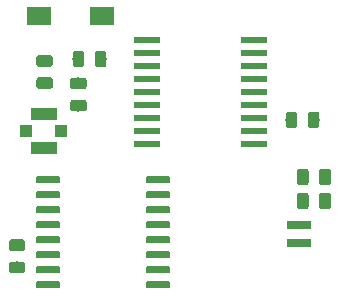
<source format=gbr>
G04 #@! TF.GenerationSoftware,KiCad,Pcbnew,5.1.2*
G04 #@! TF.CreationDate,2019-07-12T14:08:37+08:00*
G04 #@! TF.ProjectId,GPS,4750532e-6b69-4636-9164-5f7063625858,0.2*
G04 #@! TF.SameCoordinates,Original*
G04 #@! TF.FileFunction,Paste,Bot*
G04 #@! TF.FilePolarity,Positive*
%FSLAX46Y46*%
G04 Gerber Fmt 4.6, Leading zero omitted, Abs format (unit mm)*
G04 Created by KiCad (PCBNEW 5.1.2) date 2019-07-12 14:08:37*
%MOMM*%
%LPD*%
G04 APERTURE LIST*
%ADD10C,0.100000*%
%ADD11C,0.600000*%
%ADD12R,2.000000X1.600000*%
%ADD13C,0.975000*%
%ADD14R,2.000000X0.800000*%
%ADD15R,1.000000X1.000000*%
%ADD16R,2.200000X1.050000*%
%ADD17R,2.200000X0.600000*%
G04 APERTURE END LIST*
D10*
G36*
X126365703Y-79837722D02*
G01*
X126380264Y-79839882D01*
X126394543Y-79843459D01*
X126408403Y-79848418D01*
X126421710Y-79854712D01*
X126434336Y-79862280D01*
X126446159Y-79871048D01*
X126457066Y-79880934D01*
X126466952Y-79891841D01*
X126475720Y-79903664D01*
X126483288Y-79916290D01*
X126489582Y-79929597D01*
X126494541Y-79943457D01*
X126498118Y-79957736D01*
X126500278Y-79972297D01*
X126501000Y-79987000D01*
X126501000Y-80287000D01*
X126500278Y-80301703D01*
X126498118Y-80316264D01*
X126494541Y-80330543D01*
X126489582Y-80344403D01*
X126483288Y-80357710D01*
X126475720Y-80370336D01*
X126466952Y-80382159D01*
X126457066Y-80393066D01*
X126446159Y-80402952D01*
X126434336Y-80411720D01*
X126421710Y-80419288D01*
X126408403Y-80425582D01*
X126394543Y-80430541D01*
X126380264Y-80434118D01*
X126365703Y-80436278D01*
X126351000Y-80437000D01*
X124601000Y-80437000D01*
X124586297Y-80436278D01*
X124571736Y-80434118D01*
X124557457Y-80430541D01*
X124543597Y-80425582D01*
X124530290Y-80419288D01*
X124517664Y-80411720D01*
X124505841Y-80402952D01*
X124494934Y-80393066D01*
X124485048Y-80382159D01*
X124476280Y-80370336D01*
X124468712Y-80357710D01*
X124462418Y-80344403D01*
X124457459Y-80330543D01*
X124453882Y-80316264D01*
X124451722Y-80301703D01*
X124451000Y-80287000D01*
X124451000Y-79987000D01*
X124451722Y-79972297D01*
X124453882Y-79957736D01*
X124457459Y-79943457D01*
X124462418Y-79929597D01*
X124468712Y-79916290D01*
X124476280Y-79903664D01*
X124485048Y-79891841D01*
X124494934Y-79880934D01*
X124505841Y-79871048D01*
X124517664Y-79862280D01*
X124530290Y-79854712D01*
X124543597Y-79848418D01*
X124557457Y-79843459D01*
X124571736Y-79839882D01*
X124586297Y-79837722D01*
X124601000Y-79837000D01*
X126351000Y-79837000D01*
X126365703Y-79837722D01*
X126365703Y-79837722D01*
G37*
D11*
X125476000Y-80137000D03*
D10*
G36*
X126365703Y-78567722D02*
G01*
X126380264Y-78569882D01*
X126394543Y-78573459D01*
X126408403Y-78578418D01*
X126421710Y-78584712D01*
X126434336Y-78592280D01*
X126446159Y-78601048D01*
X126457066Y-78610934D01*
X126466952Y-78621841D01*
X126475720Y-78633664D01*
X126483288Y-78646290D01*
X126489582Y-78659597D01*
X126494541Y-78673457D01*
X126498118Y-78687736D01*
X126500278Y-78702297D01*
X126501000Y-78717000D01*
X126501000Y-79017000D01*
X126500278Y-79031703D01*
X126498118Y-79046264D01*
X126494541Y-79060543D01*
X126489582Y-79074403D01*
X126483288Y-79087710D01*
X126475720Y-79100336D01*
X126466952Y-79112159D01*
X126457066Y-79123066D01*
X126446159Y-79132952D01*
X126434336Y-79141720D01*
X126421710Y-79149288D01*
X126408403Y-79155582D01*
X126394543Y-79160541D01*
X126380264Y-79164118D01*
X126365703Y-79166278D01*
X126351000Y-79167000D01*
X124601000Y-79167000D01*
X124586297Y-79166278D01*
X124571736Y-79164118D01*
X124557457Y-79160541D01*
X124543597Y-79155582D01*
X124530290Y-79149288D01*
X124517664Y-79141720D01*
X124505841Y-79132952D01*
X124494934Y-79123066D01*
X124485048Y-79112159D01*
X124476280Y-79100336D01*
X124468712Y-79087710D01*
X124462418Y-79074403D01*
X124457459Y-79060543D01*
X124453882Y-79046264D01*
X124451722Y-79031703D01*
X124451000Y-79017000D01*
X124451000Y-78717000D01*
X124451722Y-78702297D01*
X124453882Y-78687736D01*
X124457459Y-78673457D01*
X124462418Y-78659597D01*
X124468712Y-78646290D01*
X124476280Y-78633664D01*
X124485048Y-78621841D01*
X124494934Y-78610934D01*
X124505841Y-78601048D01*
X124517664Y-78592280D01*
X124530290Y-78584712D01*
X124543597Y-78578418D01*
X124557457Y-78573459D01*
X124571736Y-78569882D01*
X124586297Y-78567722D01*
X124601000Y-78567000D01*
X126351000Y-78567000D01*
X126365703Y-78567722D01*
X126365703Y-78567722D01*
G37*
D11*
X125476000Y-78867000D03*
D10*
G36*
X126365703Y-77297722D02*
G01*
X126380264Y-77299882D01*
X126394543Y-77303459D01*
X126408403Y-77308418D01*
X126421710Y-77314712D01*
X126434336Y-77322280D01*
X126446159Y-77331048D01*
X126457066Y-77340934D01*
X126466952Y-77351841D01*
X126475720Y-77363664D01*
X126483288Y-77376290D01*
X126489582Y-77389597D01*
X126494541Y-77403457D01*
X126498118Y-77417736D01*
X126500278Y-77432297D01*
X126501000Y-77447000D01*
X126501000Y-77747000D01*
X126500278Y-77761703D01*
X126498118Y-77776264D01*
X126494541Y-77790543D01*
X126489582Y-77804403D01*
X126483288Y-77817710D01*
X126475720Y-77830336D01*
X126466952Y-77842159D01*
X126457066Y-77853066D01*
X126446159Y-77862952D01*
X126434336Y-77871720D01*
X126421710Y-77879288D01*
X126408403Y-77885582D01*
X126394543Y-77890541D01*
X126380264Y-77894118D01*
X126365703Y-77896278D01*
X126351000Y-77897000D01*
X124601000Y-77897000D01*
X124586297Y-77896278D01*
X124571736Y-77894118D01*
X124557457Y-77890541D01*
X124543597Y-77885582D01*
X124530290Y-77879288D01*
X124517664Y-77871720D01*
X124505841Y-77862952D01*
X124494934Y-77853066D01*
X124485048Y-77842159D01*
X124476280Y-77830336D01*
X124468712Y-77817710D01*
X124462418Y-77804403D01*
X124457459Y-77790543D01*
X124453882Y-77776264D01*
X124451722Y-77761703D01*
X124451000Y-77747000D01*
X124451000Y-77447000D01*
X124451722Y-77432297D01*
X124453882Y-77417736D01*
X124457459Y-77403457D01*
X124462418Y-77389597D01*
X124468712Y-77376290D01*
X124476280Y-77363664D01*
X124485048Y-77351841D01*
X124494934Y-77340934D01*
X124505841Y-77331048D01*
X124517664Y-77322280D01*
X124530290Y-77314712D01*
X124543597Y-77308418D01*
X124557457Y-77303459D01*
X124571736Y-77299882D01*
X124586297Y-77297722D01*
X124601000Y-77297000D01*
X126351000Y-77297000D01*
X126365703Y-77297722D01*
X126365703Y-77297722D01*
G37*
D11*
X125476000Y-77597000D03*
D10*
G36*
X126365703Y-76027722D02*
G01*
X126380264Y-76029882D01*
X126394543Y-76033459D01*
X126408403Y-76038418D01*
X126421710Y-76044712D01*
X126434336Y-76052280D01*
X126446159Y-76061048D01*
X126457066Y-76070934D01*
X126466952Y-76081841D01*
X126475720Y-76093664D01*
X126483288Y-76106290D01*
X126489582Y-76119597D01*
X126494541Y-76133457D01*
X126498118Y-76147736D01*
X126500278Y-76162297D01*
X126501000Y-76177000D01*
X126501000Y-76477000D01*
X126500278Y-76491703D01*
X126498118Y-76506264D01*
X126494541Y-76520543D01*
X126489582Y-76534403D01*
X126483288Y-76547710D01*
X126475720Y-76560336D01*
X126466952Y-76572159D01*
X126457066Y-76583066D01*
X126446159Y-76592952D01*
X126434336Y-76601720D01*
X126421710Y-76609288D01*
X126408403Y-76615582D01*
X126394543Y-76620541D01*
X126380264Y-76624118D01*
X126365703Y-76626278D01*
X126351000Y-76627000D01*
X124601000Y-76627000D01*
X124586297Y-76626278D01*
X124571736Y-76624118D01*
X124557457Y-76620541D01*
X124543597Y-76615582D01*
X124530290Y-76609288D01*
X124517664Y-76601720D01*
X124505841Y-76592952D01*
X124494934Y-76583066D01*
X124485048Y-76572159D01*
X124476280Y-76560336D01*
X124468712Y-76547710D01*
X124462418Y-76534403D01*
X124457459Y-76520543D01*
X124453882Y-76506264D01*
X124451722Y-76491703D01*
X124451000Y-76477000D01*
X124451000Y-76177000D01*
X124451722Y-76162297D01*
X124453882Y-76147736D01*
X124457459Y-76133457D01*
X124462418Y-76119597D01*
X124468712Y-76106290D01*
X124476280Y-76093664D01*
X124485048Y-76081841D01*
X124494934Y-76070934D01*
X124505841Y-76061048D01*
X124517664Y-76052280D01*
X124530290Y-76044712D01*
X124543597Y-76038418D01*
X124557457Y-76033459D01*
X124571736Y-76029882D01*
X124586297Y-76027722D01*
X124601000Y-76027000D01*
X126351000Y-76027000D01*
X126365703Y-76027722D01*
X126365703Y-76027722D01*
G37*
D11*
X125476000Y-76327000D03*
D10*
G36*
X126365703Y-74757722D02*
G01*
X126380264Y-74759882D01*
X126394543Y-74763459D01*
X126408403Y-74768418D01*
X126421710Y-74774712D01*
X126434336Y-74782280D01*
X126446159Y-74791048D01*
X126457066Y-74800934D01*
X126466952Y-74811841D01*
X126475720Y-74823664D01*
X126483288Y-74836290D01*
X126489582Y-74849597D01*
X126494541Y-74863457D01*
X126498118Y-74877736D01*
X126500278Y-74892297D01*
X126501000Y-74907000D01*
X126501000Y-75207000D01*
X126500278Y-75221703D01*
X126498118Y-75236264D01*
X126494541Y-75250543D01*
X126489582Y-75264403D01*
X126483288Y-75277710D01*
X126475720Y-75290336D01*
X126466952Y-75302159D01*
X126457066Y-75313066D01*
X126446159Y-75322952D01*
X126434336Y-75331720D01*
X126421710Y-75339288D01*
X126408403Y-75345582D01*
X126394543Y-75350541D01*
X126380264Y-75354118D01*
X126365703Y-75356278D01*
X126351000Y-75357000D01*
X124601000Y-75357000D01*
X124586297Y-75356278D01*
X124571736Y-75354118D01*
X124557457Y-75350541D01*
X124543597Y-75345582D01*
X124530290Y-75339288D01*
X124517664Y-75331720D01*
X124505841Y-75322952D01*
X124494934Y-75313066D01*
X124485048Y-75302159D01*
X124476280Y-75290336D01*
X124468712Y-75277710D01*
X124462418Y-75264403D01*
X124457459Y-75250543D01*
X124453882Y-75236264D01*
X124451722Y-75221703D01*
X124451000Y-75207000D01*
X124451000Y-74907000D01*
X124451722Y-74892297D01*
X124453882Y-74877736D01*
X124457459Y-74863457D01*
X124462418Y-74849597D01*
X124468712Y-74836290D01*
X124476280Y-74823664D01*
X124485048Y-74811841D01*
X124494934Y-74800934D01*
X124505841Y-74791048D01*
X124517664Y-74782280D01*
X124530290Y-74774712D01*
X124543597Y-74768418D01*
X124557457Y-74763459D01*
X124571736Y-74759882D01*
X124586297Y-74757722D01*
X124601000Y-74757000D01*
X126351000Y-74757000D01*
X126365703Y-74757722D01*
X126365703Y-74757722D01*
G37*
D11*
X125476000Y-75057000D03*
D10*
G36*
X126365703Y-73487722D02*
G01*
X126380264Y-73489882D01*
X126394543Y-73493459D01*
X126408403Y-73498418D01*
X126421710Y-73504712D01*
X126434336Y-73512280D01*
X126446159Y-73521048D01*
X126457066Y-73530934D01*
X126466952Y-73541841D01*
X126475720Y-73553664D01*
X126483288Y-73566290D01*
X126489582Y-73579597D01*
X126494541Y-73593457D01*
X126498118Y-73607736D01*
X126500278Y-73622297D01*
X126501000Y-73637000D01*
X126501000Y-73937000D01*
X126500278Y-73951703D01*
X126498118Y-73966264D01*
X126494541Y-73980543D01*
X126489582Y-73994403D01*
X126483288Y-74007710D01*
X126475720Y-74020336D01*
X126466952Y-74032159D01*
X126457066Y-74043066D01*
X126446159Y-74052952D01*
X126434336Y-74061720D01*
X126421710Y-74069288D01*
X126408403Y-74075582D01*
X126394543Y-74080541D01*
X126380264Y-74084118D01*
X126365703Y-74086278D01*
X126351000Y-74087000D01*
X124601000Y-74087000D01*
X124586297Y-74086278D01*
X124571736Y-74084118D01*
X124557457Y-74080541D01*
X124543597Y-74075582D01*
X124530290Y-74069288D01*
X124517664Y-74061720D01*
X124505841Y-74052952D01*
X124494934Y-74043066D01*
X124485048Y-74032159D01*
X124476280Y-74020336D01*
X124468712Y-74007710D01*
X124462418Y-73994403D01*
X124457459Y-73980543D01*
X124453882Y-73966264D01*
X124451722Y-73951703D01*
X124451000Y-73937000D01*
X124451000Y-73637000D01*
X124451722Y-73622297D01*
X124453882Y-73607736D01*
X124457459Y-73593457D01*
X124462418Y-73579597D01*
X124468712Y-73566290D01*
X124476280Y-73553664D01*
X124485048Y-73541841D01*
X124494934Y-73530934D01*
X124505841Y-73521048D01*
X124517664Y-73512280D01*
X124530290Y-73504712D01*
X124543597Y-73498418D01*
X124557457Y-73493459D01*
X124571736Y-73489882D01*
X124586297Y-73487722D01*
X124601000Y-73487000D01*
X126351000Y-73487000D01*
X126365703Y-73487722D01*
X126365703Y-73487722D01*
G37*
D11*
X125476000Y-73787000D03*
D10*
G36*
X126365703Y-72217722D02*
G01*
X126380264Y-72219882D01*
X126394543Y-72223459D01*
X126408403Y-72228418D01*
X126421710Y-72234712D01*
X126434336Y-72242280D01*
X126446159Y-72251048D01*
X126457066Y-72260934D01*
X126466952Y-72271841D01*
X126475720Y-72283664D01*
X126483288Y-72296290D01*
X126489582Y-72309597D01*
X126494541Y-72323457D01*
X126498118Y-72337736D01*
X126500278Y-72352297D01*
X126501000Y-72367000D01*
X126501000Y-72667000D01*
X126500278Y-72681703D01*
X126498118Y-72696264D01*
X126494541Y-72710543D01*
X126489582Y-72724403D01*
X126483288Y-72737710D01*
X126475720Y-72750336D01*
X126466952Y-72762159D01*
X126457066Y-72773066D01*
X126446159Y-72782952D01*
X126434336Y-72791720D01*
X126421710Y-72799288D01*
X126408403Y-72805582D01*
X126394543Y-72810541D01*
X126380264Y-72814118D01*
X126365703Y-72816278D01*
X126351000Y-72817000D01*
X124601000Y-72817000D01*
X124586297Y-72816278D01*
X124571736Y-72814118D01*
X124557457Y-72810541D01*
X124543597Y-72805582D01*
X124530290Y-72799288D01*
X124517664Y-72791720D01*
X124505841Y-72782952D01*
X124494934Y-72773066D01*
X124485048Y-72762159D01*
X124476280Y-72750336D01*
X124468712Y-72737710D01*
X124462418Y-72724403D01*
X124457459Y-72710543D01*
X124453882Y-72696264D01*
X124451722Y-72681703D01*
X124451000Y-72667000D01*
X124451000Y-72367000D01*
X124451722Y-72352297D01*
X124453882Y-72337736D01*
X124457459Y-72323457D01*
X124462418Y-72309597D01*
X124468712Y-72296290D01*
X124476280Y-72283664D01*
X124485048Y-72271841D01*
X124494934Y-72260934D01*
X124505841Y-72251048D01*
X124517664Y-72242280D01*
X124530290Y-72234712D01*
X124543597Y-72228418D01*
X124557457Y-72223459D01*
X124571736Y-72219882D01*
X124586297Y-72217722D01*
X124601000Y-72217000D01*
X126351000Y-72217000D01*
X126365703Y-72217722D01*
X126365703Y-72217722D01*
G37*
D11*
X125476000Y-72517000D03*
D10*
G36*
X126365703Y-70947722D02*
G01*
X126380264Y-70949882D01*
X126394543Y-70953459D01*
X126408403Y-70958418D01*
X126421710Y-70964712D01*
X126434336Y-70972280D01*
X126446159Y-70981048D01*
X126457066Y-70990934D01*
X126466952Y-71001841D01*
X126475720Y-71013664D01*
X126483288Y-71026290D01*
X126489582Y-71039597D01*
X126494541Y-71053457D01*
X126498118Y-71067736D01*
X126500278Y-71082297D01*
X126501000Y-71097000D01*
X126501000Y-71397000D01*
X126500278Y-71411703D01*
X126498118Y-71426264D01*
X126494541Y-71440543D01*
X126489582Y-71454403D01*
X126483288Y-71467710D01*
X126475720Y-71480336D01*
X126466952Y-71492159D01*
X126457066Y-71503066D01*
X126446159Y-71512952D01*
X126434336Y-71521720D01*
X126421710Y-71529288D01*
X126408403Y-71535582D01*
X126394543Y-71540541D01*
X126380264Y-71544118D01*
X126365703Y-71546278D01*
X126351000Y-71547000D01*
X124601000Y-71547000D01*
X124586297Y-71546278D01*
X124571736Y-71544118D01*
X124557457Y-71540541D01*
X124543597Y-71535582D01*
X124530290Y-71529288D01*
X124517664Y-71521720D01*
X124505841Y-71512952D01*
X124494934Y-71503066D01*
X124485048Y-71492159D01*
X124476280Y-71480336D01*
X124468712Y-71467710D01*
X124462418Y-71454403D01*
X124457459Y-71440543D01*
X124453882Y-71426264D01*
X124451722Y-71411703D01*
X124451000Y-71397000D01*
X124451000Y-71097000D01*
X124451722Y-71082297D01*
X124453882Y-71067736D01*
X124457459Y-71053457D01*
X124462418Y-71039597D01*
X124468712Y-71026290D01*
X124476280Y-71013664D01*
X124485048Y-71001841D01*
X124494934Y-70990934D01*
X124505841Y-70981048D01*
X124517664Y-70972280D01*
X124530290Y-70964712D01*
X124543597Y-70958418D01*
X124557457Y-70953459D01*
X124571736Y-70949882D01*
X124586297Y-70947722D01*
X124601000Y-70947000D01*
X126351000Y-70947000D01*
X126365703Y-70947722D01*
X126365703Y-70947722D01*
G37*
D11*
X125476000Y-71247000D03*
D10*
G36*
X117065703Y-70947722D02*
G01*
X117080264Y-70949882D01*
X117094543Y-70953459D01*
X117108403Y-70958418D01*
X117121710Y-70964712D01*
X117134336Y-70972280D01*
X117146159Y-70981048D01*
X117157066Y-70990934D01*
X117166952Y-71001841D01*
X117175720Y-71013664D01*
X117183288Y-71026290D01*
X117189582Y-71039597D01*
X117194541Y-71053457D01*
X117198118Y-71067736D01*
X117200278Y-71082297D01*
X117201000Y-71097000D01*
X117201000Y-71397000D01*
X117200278Y-71411703D01*
X117198118Y-71426264D01*
X117194541Y-71440543D01*
X117189582Y-71454403D01*
X117183288Y-71467710D01*
X117175720Y-71480336D01*
X117166952Y-71492159D01*
X117157066Y-71503066D01*
X117146159Y-71512952D01*
X117134336Y-71521720D01*
X117121710Y-71529288D01*
X117108403Y-71535582D01*
X117094543Y-71540541D01*
X117080264Y-71544118D01*
X117065703Y-71546278D01*
X117051000Y-71547000D01*
X115301000Y-71547000D01*
X115286297Y-71546278D01*
X115271736Y-71544118D01*
X115257457Y-71540541D01*
X115243597Y-71535582D01*
X115230290Y-71529288D01*
X115217664Y-71521720D01*
X115205841Y-71512952D01*
X115194934Y-71503066D01*
X115185048Y-71492159D01*
X115176280Y-71480336D01*
X115168712Y-71467710D01*
X115162418Y-71454403D01*
X115157459Y-71440543D01*
X115153882Y-71426264D01*
X115151722Y-71411703D01*
X115151000Y-71397000D01*
X115151000Y-71097000D01*
X115151722Y-71082297D01*
X115153882Y-71067736D01*
X115157459Y-71053457D01*
X115162418Y-71039597D01*
X115168712Y-71026290D01*
X115176280Y-71013664D01*
X115185048Y-71001841D01*
X115194934Y-70990934D01*
X115205841Y-70981048D01*
X115217664Y-70972280D01*
X115230290Y-70964712D01*
X115243597Y-70958418D01*
X115257457Y-70953459D01*
X115271736Y-70949882D01*
X115286297Y-70947722D01*
X115301000Y-70947000D01*
X117051000Y-70947000D01*
X117065703Y-70947722D01*
X117065703Y-70947722D01*
G37*
D11*
X116176000Y-71247000D03*
D10*
G36*
X117065703Y-72217722D02*
G01*
X117080264Y-72219882D01*
X117094543Y-72223459D01*
X117108403Y-72228418D01*
X117121710Y-72234712D01*
X117134336Y-72242280D01*
X117146159Y-72251048D01*
X117157066Y-72260934D01*
X117166952Y-72271841D01*
X117175720Y-72283664D01*
X117183288Y-72296290D01*
X117189582Y-72309597D01*
X117194541Y-72323457D01*
X117198118Y-72337736D01*
X117200278Y-72352297D01*
X117201000Y-72367000D01*
X117201000Y-72667000D01*
X117200278Y-72681703D01*
X117198118Y-72696264D01*
X117194541Y-72710543D01*
X117189582Y-72724403D01*
X117183288Y-72737710D01*
X117175720Y-72750336D01*
X117166952Y-72762159D01*
X117157066Y-72773066D01*
X117146159Y-72782952D01*
X117134336Y-72791720D01*
X117121710Y-72799288D01*
X117108403Y-72805582D01*
X117094543Y-72810541D01*
X117080264Y-72814118D01*
X117065703Y-72816278D01*
X117051000Y-72817000D01*
X115301000Y-72817000D01*
X115286297Y-72816278D01*
X115271736Y-72814118D01*
X115257457Y-72810541D01*
X115243597Y-72805582D01*
X115230290Y-72799288D01*
X115217664Y-72791720D01*
X115205841Y-72782952D01*
X115194934Y-72773066D01*
X115185048Y-72762159D01*
X115176280Y-72750336D01*
X115168712Y-72737710D01*
X115162418Y-72724403D01*
X115157459Y-72710543D01*
X115153882Y-72696264D01*
X115151722Y-72681703D01*
X115151000Y-72667000D01*
X115151000Y-72367000D01*
X115151722Y-72352297D01*
X115153882Y-72337736D01*
X115157459Y-72323457D01*
X115162418Y-72309597D01*
X115168712Y-72296290D01*
X115176280Y-72283664D01*
X115185048Y-72271841D01*
X115194934Y-72260934D01*
X115205841Y-72251048D01*
X115217664Y-72242280D01*
X115230290Y-72234712D01*
X115243597Y-72228418D01*
X115257457Y-72223459D01*
X115271736Y-72219882D01*
X115286297Y-72217722D01*
X115301000Y-72217000D01*
X117051000Y-72217000D01*
X117065703Y-72217722D01*
X117065703Y-72217722D01*
G37*
D11*
X116176000Y-72517000D03*
D10*
G36*
X117065703Y-73487722D02*
G01*
X117080264Y-73489882D01*
X117094543Y-73493459D01*
X117108403Y-73498418D01*
X117121710Y-73504712D01*
X117134336Y-73512280D01*
X117146159Y-73521048D01*
X117157066Y-73530934D01*
X117166952Y-73541841D01*
X117175720Y-73553664D01*
X117183288Y-73566290D01*
X117189582Y-73579597D01*
X117194541Y-73593457D01*
X117198118Y-73607736D01*
X117200278Y-73622297D01*
X117201000Y-73637000D01*
X117201000Y-73937000D01*
X117200278Y-73951703D01*
X117198118Y-73966264D01*
X117194541Y-73980543D01*
X117189582Y-73994403D01*
X117183288Y-74007710D01*
X117175720Y-74020336D01*
X117166952Y-74032159D01*
X117157066Y-74043066D01*
X117146159Y-74052952D01*
X117134336Y-74061720D01*
X117121710Y-74069288D01*
X117108403Y-74075582D01*
X117094543Y-74080541D01*
X117080264Y-74084118D01*
X117065703Y-74086278D01*
X117051000Y-74087000D01*
X115301000Y-74087000D01*
X115286297Y-74086278D01*
X115271736Y-74084118D01*
X115257457Y-74080541D01*
X115243597Y-74075582D01*
X115230290Y-74069288D01*
X115217664Y-74061720D01*
X115205841Y-74052952D01*
X115194934Y-74043066D01*
X115185048Y-74032159D01*
X115176280Y-74020336D01*
X115168712Y-74007710D01*
X115162418Y-73994403D01*
X115157459Y-73980543D01*
X115153882Y-73966264D01*
X115151722Y-73951703D01*
X115151000Y-73937000D01*
X115151000Y-73637000D01*
X115151722Y-73622297D01*
X115153882Y-73607736D01*
X115157459Y-73593457D01*
X115162418Y-73579597D01*
X115168712Y-73566290D01*
X115176280Y-73553664D01*
X115185048Y-73541841D01*
X115194934Y-73530934D01*
X115205841Y-73521048D01*
X115217664Y-73512280D01*
X115230290Y-73504712D01*
X115243597Y-73498418D01*
X115257457Y-73493459D01*
X115271736Y-73489882D01*
X115286297Y-73487722D01*
X115301000Y-73487000D01*
X117051000Y-73487000D01*
X117065703Y-73487722D01*
X117065703Y-73487722D01*
G37*
D11*
X116176000Y-73787000D03*
D10*
G36*
X117065703Y-74757722D02*
G01*
X117080264Y-74759882D01*
X117094543Y-74763459D01*
X117108403Y-74768418D01*
X117121710Y-74774712D01*
X117134336Y-74782280D01*
X117146159Y-74791048D01*
X117157066Y-74800934D01*
X117166952Y-74811841D01*
X117175720Y-74823664D01*
X117183288Y-74836290D01*
X117189582Y-74849597D01*
X117194541Y-74863457D01*
X117198118Y-74877736D01*
X117200278Y-74892297D01*
X117201000Y-74907000D01*
X117201000Y-75207000D01*
X117200278Y-75221703D01*
X117198118Y-75236264D01*
X117194541Y-75250543D01*
X117189582Y-75264403D01*
X117183288Y-75277710D01*
X117175720Y-75290336D01*
X117166952Y-75302159D01*
X117157066Y-75313066D01*
X117146159Y-75322952D01*
X117134336Y-75331720D01*
X117121710Y-75339288D01*
X117108403Y-75345582D01*
X117094543Y-75350541D01*
X117080264Y-75354118D01*
X117065703Y-75356278D01*
X117051000Y-75357000D01*
X115301000Y-75357000D01*
X115286297Y-75356278D01*
X115271736Y-75354118D01*
X115257457Y-75350541D01*
X115243597Y-75345582D01*
X115230290Y-75339288D01*
X115217664Y-75331720D01*
X115205841Y-75322952D01*
X115194934Y-75313066D01*
X115185048Y-75302159D01*
X115176280Y-75290336D01*
X115168712Y-75277710D01*
X115162418Y-75264403D01*
X115157459Y-75250543D01*
X115153882Y-75236264D01*
X115151722Y-75221703D01*
X115151000Y-75207000D01*
X115151000Y-74907000D01*
X115151722Y-74892297D01*
X115153882Y-74877736D01*
X115157459Y-74863457D01*
X115162418Y-74849597D01*
X115168712Y-74836290D01*
X115176280Y-74823664D01*
X115185048Y-74811841D01*
X115194934Y-74800934D01*
X115205841Y-74791048D01*
X115217664Y-74782280D01*
X115230290Y-74774712D01*
X115243597Y-74768418D01*
X115257457Y-74763459D01*
X115271736Y-74759882D01*
X115286297Y-74757722D01*
X115301000Y-74757000D01*
X117051000Y-74757000D01*
X117065703Y-74757722D01*
X117065703Y-74757722D01*
G37*
D11*
X116176000Y-75057000D03*
D10*
G36*
X117065703Y-76027722D02*
G01*
X117080264Y-76029882D01*
X117094543Y-76033459D01*
X117108403Y-76038418D01*
X117121710Y-76044712D01*
X117134336Y-76052280D01*
X117146159Y-76061048D01*
X117157066Y-76070934D01*
X117166952Y-76081841D01*
X117175720Y-76093664D01*
X117183288Y-76106290D01*
X117189582Y-76119597D01*
X117194541Y-76133457D01*
X117198118Y-76147736D01*
X117200278Y-76162297D01*
X117201000Y-76177000D01*
X117201000Y-76477000D01*
X117200278Y-76491703D01*
X117198118Y-76506264D01*
X117194541Y-76520543D01*
X117189582Y-76534403D01*
X117183288Y-76547710D01*
X117175720Y-76560336D01*
X117166952Y-76572159D01*
X117157066Y-76583066D01*
X117146159Y-76592952D01*
X117134336Y-76601720D01*
X117121710Y-76609288D01*
X117108403Y-76615582D01*
X117094543Y-76620541D01*
X117080264Y-76624118D01*
X117065703Y-76626278D01*
X117051000Y-76627000D01*
X115301000Y-76627000D01*
X115286297Y-76626278D01*
X115271736Y-76624118D01*
X115257457Y-76620541D01*
X115243597Y-76615582D01*
X115230290Y-76609288D01*
X115217664Y-76601720D01*
X115205841Y-76592952D01*
X115194934Y-76583066D01*
X115185048Y-76572159D01*
X115176280Y-76560336D01*
X115168712Y-76547710D01*
X115162418Y-76534403D01*
X115157459Y-76520543D01*
X115153882Y-76506264D01*
X115151722Y-76491703D01*
X115151000Y-76477000D01*
X115151000Y-76177000D01*
X115151722Y-76162297D01*
X115153882Y-76147736D01*
X115157459Y-76133457D01*
X115162418Y-76119597D01*
X115168712Y-76106290D01*
X115176280Y-76093664D01*
X115185048Y-76081841D01*
X115194934Y-76070934D01*
X115205841Y-76061048D01*
X115217664Y-76052280D01*
X115230290Y-76044712D01*
X115243597Y-76038418D01*
X115257457Y-76033459D01*
X115271736Y-76029882D01*
X115286297Y-76027722D01*
X115301000Y-76027000D01*
X117051000Y-76027000D01*
X117065703Y-76027722D01*
X117065703Y-76027722D01*
G37*
D11*
X116176000Y-76327000D03*
D10*
G36*
X117065703Y-77297722D02*
G01*
X117080264Y-77299882D01*
X117094543Y-77303459D01*
X117108403Y-77308418D01*
X117121710Y-77314712D01*
X117134336Y-77322280D01*
X117146159Y-77331048D01*
X117157066Y-77340934D01*
X117166952Y-77351841D01*
X117175720Y-77363664D01*
X117183288Y-77376290D01*
X117189582Y-77389597D01*
X117194541Y-77403457D01*
X117198118Y-77417736D01*
X117200278Y-77432297D01*
X117201000Y-77447000D01*
X117201000Y-77747000D01*
X117200278Y-77761703D01*
X117198118Y-77776264D01*
X117194541Y-77790543D01*
X117189582Y-77804403D01*
X117183288Y-77817710D01*
X117175720Y-77830336D01*
X117166952Y-77842159D01*
X117157066Y-77853066D01*
X117146159Y-77862952D01*
X117134336Y-77871720D01*
X117121710Y-77879288D01*
X117108403Y-77885582D01*
X117094543Y-77890541D01*
X117080264Y-77894118D01*
X117065703Y-77896278D01*
X117051000Y-77897000D01*
X115301000Y-77897000D01*
X115286297Y-77896278D01*
X115271736Y-77894118D01*
X115257457Y-77890541D01*
X115243597Y-77885582D01*
X115230290Y-77879288D01*
X115217664Y-77871720D01*
X115205841Y-77862952D01*
X115194934Y-77853066D01*
X115185048Y-77842159D01*
X115176280Y-77830336D01*
X115168712Y-77817710D01*
X115162418Y-77804403D01*
X115157459Y-77790543D01*
X115153882Y-77776264D01*
X115151722Y-77761703D01*
X115151000Y-77747000D01*
X115151000Y-77447000D01*
X115151722Y-77432297D01*
X115153882Y-77417736D01*
X115157459Y-77403457D01*
X115162418Y-77389597D01*
X115168712Y-77376290D01*
X115176280Y-77363664D01*
X115185048Y-77351841D01*
X115194934Y-77340934D01*
X115205841Y-77331048D01*
X115217664Y-77322280D01*
X115230290Y-77314712D01*
X115243597Y-77308418D01*
X115257457Y-77303459D01*
X115271736Y-77299882D01*
X115286297Y-77297722D01*
X115301000Y-77297000D01*
X117051000Y-77297000D01*
X117065703Y-77297722D01*
X117065703Y-77297722D01*
G37*
D11*
X116176000Y-77597000D03*
D10*
G36*
X117065703Y-78567722D02*
G01*
X117080264Y-78569882D01*
X117094543Y-78573459D01*
X117108403Y-78578418D01*
X117121710Y-78584712D01*
X117134336Y-78592280D01*
X117146159Y-78601048D01*
X117157066Y-78610934D01*
X117166952Y-78621841D01*
X117175720Y-78633664D01*
X117183288Y-78646290D01*
X117189582Y-78659597D01*
X117194541Y-78673457D01*
X117198118Y-78687736D01*
X117200278Y-78702297D01*
X117201000Y-78717000D01*
X117201000Y-79017000D01*
X117200278Y-79031703D01*
X117198118Y-79046264D01*
X117194541Y-79060543D01*
X117189582Y-79074403D01*
X117183288Y-79087710D01*
X117175720Y-79100336D01*
X117166952Y-79112159D01*
X117157066Y-79123066D01*
X117146159Y-79132952D01*
X117134336Y-79141720D01*
X117121710Y-79149288D01*
X117108403Y-79155582D01*
X117094543Y-79160541D01*
X117080264Y-79164118D01*
X117065703Y-79166278D01*
X117051000Y-79167000D01*
X115301000Y-79167000D01*
X115286297Y-79166278D01*
X115271736Y-79164118D01*
X115257457Y-79160541D01*
X115243597Y-79155582D01*
X115230290Y-79149288D01*
X115217664Y-79141720D01*
X115205841Y-79132952D01*
X115194934Y-79123066D01*
X115185048Y-79112159D01*
X115176280Y-79100336D01*
X115168712Y-79087710D01*
X115162418Y-79074403D01*
X115157459Y-79060543D01*
X115153882Y-79046264D01*
X115151722Y-79031703D01*
X115151000Y-79017000D01*
X115151000Y-78717000D01*
X115151722Y-78702297D01*
X115153882Y-78687736D01*
X115157459Y-78673457D01*
X115162418Y-78659597D01*
X115168712Y-78646290D01*
X115176280Y-78633664D01*
X115185048Y-78621841D01*
X115194934Y-78610934D01*
X115205841Y-78601048D01*
X115217664Y-78592280D01*
X115230290Y-78584712D01*
X115243597Y-78578418D01*
X115257457Y-78573459D01*
X115271736Y-78569882D01*
X115286297Y-78567722D01*
X115301000Y-78567000D01*
X117051000Y-78567000D01*
X117065703Y-78567722D01*
X117065703Y-78567722D01*
G37*
D11*
X116176000Y-78867000D03*
D10*
G36*
X117065703Y-79837722D02*
G01*
X117080264Y-79839882D01*
X117094543Y-79843459D01*
X117108403Y-79848418D01*
X117121710Y-79854712D01*
X117134336Y-79862280D01*
X117146159Y-79871048D01*
X117157066Y-79880934D01*
X117166952Y-79891841D01*
X117175720Y-79903664D01*
X117183288Y-79916290D01*
X117189582Y-79929597D01*
X117194541Y-79943457D01*
X117198118Y-79957736D01*
X117200278Y-79972297D01*
X117201000Y-79987000D01*
X117201000Y-80287000D01*
X117200278Y-80301703D01*
X117198118Y-80316264D01*
X117194541Y-80330543D01*
X117189582Y-80344403D01*
X117183288Y-80357710D01*
X117175720Y-80370336D01*
X117166952Y-80382159D01*
X117157066Y-80393066D01*
X117146159Y-80402952D01*
X117134336Y-80411720D01*
X117121710Y-80419288D01*
X117108403Y-80425582D01*
X117094543Y-80430541D01*
X117080264Y-80434118D01*
X117065703Y-80436278D01*
X117051000Y-80437000D01*
X115301000Y-80437000D01*
X115286297Y-80436278D01*
X115271736Y-80434118D01*
X115257457Y-80430541D01*
X115243597Y-80425582D01*
X115230290Y-80419288D01*
X115217664Y-80411720D01*
X115205841Y-80402952D01*
X115194934Y-80393066D01*
X115185048Y-80382159D01*
X115176280Y-80370336D01*
X115168712Y-80357710D01*
X115162418Y-80344403D01*
X115157459Y-80330543D01*
X115153882Y-80316264D01*
X115151722Y-80301703D01*
X115151000Y-80287000D01*
X115151000Y-79987000D01*
X115151722Y-79972297D01*
X115153882Y-79957736D01*
X115157459Y-79943457D01*
X115162418Y-79929597D01*
X115168712Y-79916290D01*
X115176280Y-79903664D01*
X115185048Y-79891841D01*
X115194934Y-79880934D01*
X115205841Y-79871048D01*
X115217664Y-79862280D01*
X115230290Y-79854712D01*
X115243597Y-79848418D01*
X115257457Y-79843459D01*
X115271736Y-79839882D01*
X115286297Y-79837722D01*
X115301000Y-79837000D01*
X117051000Y-79837000D01*
X117065703Y-79837722D01*
X117065703Y-79837722D01*
G37*
D11*
X116176000Y-80137000D03*
D12*
X115377000Y-57404000D03*
X120777000Y-57404000D03*
D10*
G36*
X138014142Y-72326174D02*
G01*
X138037803Y-72329684D01*
X138061007Y-72335496D01*
X138083529Y-72343554D01*
X138105153Y-72353782D01*
X138125670Y-72366079D01*
X138144883Y-72380329D01*
X138162607Y-72396393D01*
X138178671Y-72414117D01*
X138192921Y-72433330D01*
X138205218Y-72453847D01*
X138215446Y-72475471D01*
X138223504Y-72497993D01*
X138229316Y-72521197D01*
X138232826Y-72544858D01*
X138234000Y-72568750D01*
X138234000Y-73481250D01*
X138232826Y-73505142D01*
X138229316Y-73528803D01*
X138223504Y-73552007D01*
X138215446Y-73574529D01*
X138205218Y-73596153D01*
X138192921Y-73616670D01*
X138178671Y-73635883D01*
X138162607Y-73653607D01*
X138144883Y-73669671D01*
X138125670Y-73683921D01*
X138105153Y-73696218D01*
X138083529Y-73706446D01*
X138061007Y-73714504D01*
X138037803Y-73720316D01*
X138014142Y-73723826D01*
X137990250Y-73725000D01*
X137502750Y-73725000D01*
X137478858Y-73723826D01*
X137455197Y-73720316D01*
X137431993Y-73714504D01*
X137409471Y-73706446D01*
X137387847Y-73696218D01*
X137367330Y-73683921D01*
X137348117Y-73669671D01*
X137330393Y-73653607D01*
X137314329Y-73635883D01*
X137300079Y-73616670D01*
X137287782Y-73596153D01*
X137277554Y-73574529D01*
X137269496Y-73552007D01*
X137263684Y-73528803D01*
X137260174Y-73505142D01*
X137259000Y-73481250D01*
X137259000Y-72568750D01*
X137260174Y-72544858D01*
X137263684Y-72521197D01*
X137269496Y-72497993D01*
X137277554Y-72475471D01*
X137287782Y-72453847D01*
X137300079Y-72433330D01*
X137314329Y-72414117D01*
X137330393Y-72396393D01*
X137348117Y-72380329D01*
X137367330Y-72366079D01*
X137387847Y-72353782D01*
X137409471Y-72343554D01*
X137431993Y-72335496D01*
X137455197Y-72329684D01*
X137478858Y-72326174D01*
X137502750Y-72325000D01*
X137990250Y-72325000D01*
X138014142Y-72326174D01*
X138014142Y-72326174D01*
G37*
D13*
X137746500Y-73025000D03*
D10*
G36*
X139889142Y-72326174D02*
G01*
X139912803Y-72329684D01*
X139936007Y-72335496D01*
X139958529Y-72343554D01*
X139980153Y-72353782D01*
X140000670Y-72366079D01*
X140019883Y-72380329D01*
X140037607Y-72396393D01*
X140053671Y-72414117D01*
X140067921Y-72433330D01*
X140080218Y-72453847D01*
X140090446Y-72475471D01*
X140098504Y-72497993D01*
X140104316Y-72521197D01*
X140107826Y-72544858D01*
X140109000Y-72568750D01*
X140109000Y-73481250D01*
X140107826Y-73505142D01*
X140104316Y-73528803D01*
X140098504Y-73552007D01*
X140090446Y-73574529D01*
X140080218Y-73596153D01*
X140067921Y-73616670D01*
X140053671Y-73635883D01*
X140037607Y-73653607D01*
X140019883Y-73669671D01*
X140000670Y-73683921D01*
X139980153Y-73696218D01*
X139958529Y-73706446D01*
X139936007Y-73714504D01*
X139912803Y-73720316D01*
X139889142Y-73723826D01*
X139865250Y-73725000D01*
X139377750Y-73725000D01*
X139353858Y-73723826D01*
X139330197Y-73720316D01*
X139306993Y-73714504D01*
X139284471Y-73706446D01*
X139262847Y-73696218D01*
X139242330Y-73683921D01*
X139223117Y-73669671D01*
X139205393Y-73653607D01*
X139189329Y-73635883D01*
X139175079Y-73616670D01*
X139162782Y-73596153D01*
X139152554Y-73574529D01*
X139144496Y-73552007D01*
X139138684Y-73528803D01*
X139135174Y-73505142D01*
X139134000Y-73481250D01*
X139134000Y-72568750D01*
X139135174Y-72544858D01*
X139138684Y-72521197D01*
X139144496Y-72497993D01*
X139152554Y-72475471D01*
X139162782Y-72453847D01*
X139175079Y-72433330D01*
X139189329Y-72414117D01*
X139205393Y-72396393D01*
X139223117Y-72380329D01*
X139242330Y-72366079D01*
X139262847Y-72353782D01*
X139284471Y-72343554D01*
X139306993Y-72335496D01*
X139330197Y-72329684D01*
X139353858Y-72326174D01*
X139377750Y-72325000D01*
X139865250Y-72325000D01*
X139889142Y-72326174D01*
X139889142Y-72326174D01*
G37*
D13*
X139621500Y-73025000D03*
D10*
G36*
X138014142Y-70294174D02*
G01*
X138037803Y-70297684D01*
X138061007Y-70303496D01*
X138083529Y-70311554D01*
X138105153Y-70321782D01*
X138125670Y-70334079D01*
X138144883Y-70348329D01*
X138162607Y-70364393D01*
X138178671Y-70382117D01*
X138192921Y-70401330D01*
X138205218Y-70421847D01*
X138215446Y-70443471D01*
X138223504Y-70465993D01*
X138229316Y-70489197D01*
X138232826Y-70512858D01*
X138234000Y-70536750D01*
X138234000Y-71449250D01*
X138232826Y-71473142D01*
X138229316Y-71496803D01*
X138223504Y-71520007D01*
X138215446Y-71542529D01*
X138205218Y-71564153D01*
X138192921Y-71584670D01*
X138178671Y-71603883D01*
X138162607Y-71621607D01*
X138144883Y-71637671D01*
X138125670Y-71651921D01*
X138105153Y-71664218D01*
X138083529Y-71674446D01*
X138061007Y-71682504D01*
X138037803Y-71688316D01*
X138014142Y-71691826D01*
X137990250Y-71693000D01*
X137502750Y-71693000D01*
X137478858Y-71691826D01*
X137455197Y-71688316D01*
X137431993Y-71682504D01*
X137409471Y-71674446D01*
X137387847Y-71664218D01*
X137367330Y-71651921D01*
X137348117Y-71637671D01*
X137330393Y-71621607D01*
X137314329Y-71603883D01*
X137300079Y-71584670D01*
X137287782Y-71564153D01*
X137277554Y-71542529D01*
X137269496Y-71520007D01*
X137263684Y-71496803D01*
X137260174Y-71473142D01*
X137259000Y-71449250D01*
X137259000Y-70536750D01*
X137260174Y-70512858D01*
X137263684Y-70489197D01*
X137269496Y-70465993D01*
X137277554Y-70443471D01*
X137287782Y-70421847D01*
X137300079Y-70401330D01*
X137314329Y-70382117D01*
X137330393Y-70364393D01*
X137348117Y-70348329D01*
X137367330Y-70334079D01*
X137387847Y-70321782D01*
X137409471Y-70311554D01*
X137431993Y-70303496D01*
X137455197Y-70297684D01*
X137478858Y-70294174D01*
X137502750Y-70293000D01*
X137990250Y-70293000D01*
X138014142Y-70294174D01*
X138014142Y-70294174D01*
G37*
D13*
X137746500Y-70993000D03*
D10*
G36*
X139889142Y-70294174D02*
G01*
X139912803Y-70297684D01*
X139936007Y-70303496D01*
X139958529Y-70311554D01*
X139980153Y-70321782D01*
X140000670Y-70334079D01*
X140019883Y-70348329D01*
X140037607Y-70364393D01*
X140053671Y-70382117D01*
X140067921Y-70401330D01*
X140080218Y-70421847D01*
X140090446Y-70443471D01*
X140098504Y-70465993D01*
X140104316Y-70489197D01*
X140107826Y-70512858D01*
X140109000Y-70536750D01*
X140109000Y-71449250D01*
X140107826Y-71473142D01*
X140104316Y-71496803D01*
X140098504Y-71520007D01*
X140090446Y-71542529D01*
X140080218Y-71564153D01*
X140067921Y-71584670D01*
X140053671Y-71603883D01*
X140037607Y-71621607D01*
X140019883Y-71637671D01*
X140000670Y-71651921D01*
X139980153Y-71664218D01*
X139958529Y-71674446D01*
X139936007Y-71682504D01*
X139912803Y-71688316D01*
X139889142Y-71691826D01*
X139865250Y-71693000D01*
X139377750Y-71693000D01*
X139353858Y-71691826D01*
X139330197Y-71688316D01*
X139306993Y-71682504D01*
X139284471Y-71674446D01*
X139262847Y-71664218D01*
X139242330Y-71651921D01*
X139223117Y-71637671D01*
X139205393Y-71621607D01*
X139189329Y-71603883D01*
X139175079Y-71584670D01*
X139162782Y-71564153D01*
X139152554Y-71542529D01*
X139144496Y-71520007D01*
X139138684Y-71496803D01*
X139135174Y-71473142D01*
X139134000Y-71449250D01*
X139134000Y-70536750D01*
X139135174Y-70512858D01*
X139138684Y-70489197D01*
X139144496Y-70465993D01*
X139152554Y-70443471D01*
X139162782Y-70421847D01*
X139175079Y-70401330D01*
X139189329Y-70382117D01*
X139205393Y-70364393D01*
X139223117Y-70348329D01*
X139242330Y-70334079D01*
X139262847Y-70321782D01*
X139284471Y-70311554D01*
X139306993Y-70303496D01*
X139330197Y-70297684D01*
X139353858Y-70294174D01*
X139377750Y-70293000D01*
X139865250Y-70293000D01*
X139889142Y-70294174D01*
X139889142Y-70294174D01*
G37*
D13*
X139621500Y-70993000D03*
D10*
G36*
X114018142Y-78175174D02*
G01*
X114041803Y-78178684D01*
X114065007Y-78184496D01*
X114087529Y-78192554D01*
X114109153Y-78202782D01*
X114129670Y-78215079D01*
X114148883Y-78229329D01*
X114166607Y-78245393D01*
X114182671Y-78263117D01*
X114196921Y-78282330D01*
X114209218Y-78302847D01*
X114219446Y-78324471D01*
X114227504Y-78346993D01*
X114233316Y-78370197D01*
X114236826Y-78393858D01*
X114238000Y-78417750D01*
X114238000Y-78905250D01*
X114236826Y-78929142D01*
X114233316Y-78952803D01*
X114227504Y-78976007D01*
X114219446Y-78998529D01*
X114209218Y-79020153D01*
X114196921Y-79040670D01*
X114182671Y-79059883D01*
X114166607Y-79077607D01*
X114148883Y-79093671D01*
X114129670Y-79107921D01*
X114109153Y-79120218D01*
X114087529Y-79130446D01*
X114065007Y-79138504D01*
X114041803Y-79144316D01*
X114018142Y-79147826D01*
X113994250Y-79149000D01*
X113081750Y-79149000D01*
X113057858Y-79147826D01*
X113034197Y-79144316D01*
X113010993Y-79138504D01*
X112988471Y-79130446D01*
X112966847Y-79120218D01*
X112946330Y-79107921D01*
X112927117Y-79093671D01*
X112909393Y-79077607D01*
X112893329Y-79059883D01*
X112879079Y-79040670D01*
X112866782Y-79020153D01*
X112856554Y-78998529D01*
X112848496Y-78976007D01*
X112842684Y-78952803D01*
X112839174Y-78929142D01*
X112838000Y-78905250D01*
X112838000Y-78417750D01*
X112839174Y-78393858D01*
X112842684Y-78370197D01*
X112848496Y-78346993D01*
X112856554Y-78324471D01*
X112866782Y-78302847D01*
X112879079Y-78282330D01*
X112893329Y-78263117D01*
X112909393Y-78245393D01*
X112927117Y-78229329D01*
X112946330Y-78215079D01*
X112966847Y-78202782D01*
X112988471Y-78192554D01*
X113010993Y-78184496D01*
X113034197Y-78178684D01*
X113057858Y-78175174D01*
X113081750Y-78174000D01*
X113994250Y-78174000D01*
X114018142Y-78175174D01*
X114018142Y-78175174D01*
G37*
D13*
X113538000Y-78661500D03*
D10*
G36*
X114018142Y-76300174D02*
G01*
X114041803Y-76303684D01*
X114065007Y-76309496D01*
X114087529Y-76317554D01*
X114109153Y-76327782D01*
X114129670Y-76340079D01*
X114148883Y-76354329D01*
X114166607Y-76370393D01*
X114182671Y-76388117D01*
X114196921Y-76407330D01*
X114209218Y-76427847D01*
X114219446Y-76449471D01*
X114227504Y-76471993D01*
X114233316Y-76495197D01*
X114236826Y-76518858D01*
X114238000Y-76542750D01*
X114238000Y-77030250D01*
X114236826Y-77054142D01*
X114233316Y-77077803D01*
X114227504Y-77101007D01*
X114219446Y-77123529D01*
X114209218Y-77145153D01*
X114196921Y-77165670D01*
X114182671Y-77184883D01*
X114166607Y-77202607D01*
X114148883Y-77218671D01*
X114129670Y-77232921D01*
X114109153Y-77245218D01*
X114087529Y-77255446D01*
X114065007Y-77263504D01*
X114041803Y-77269316D01*
X114018142Y-77272826D01*
X113994250Y-77274000D01*
X113081750Y-77274000D01*
X113057858Y-77272826D01*
X113034197Y-77269316D01*
X113010993Y-77263504D01*
X112988471Y-77255446D01*
X112966847Y-77245218D01*
X112946330Y-77232921D01*
X112927117Y-77218671D01*
X112909393Y-77202607D01*
X112893329Y-77184883D01*
X112879079Y-77165670D01*
X112866782Y-77145153D01*
X112856554Y-77123529D01*
X112848496Y-77101007D01*
X112842684Y-77077803D01*
X112839174Y-77054142D01*
X112838000Y-77030250D01*
X112838000Y-76542750D01*
X112839174Y-76518858D01*
X112842684Y-76495197D01*
X112848496Y-76471993D01*
X112856554Y-76449471D01*
X112866782Y-76427847D01*
X112879079Y-76407330D01*
X112893329Y-76388117D01*
X112909393Y-76370393D01*
X112927117Y-76354329D01*
X112946330Y-76340079D01*
X112966847Y-76327782D01*
X112988471Y-76317554D01*
X113010993Y-76309496D01*
X113034197Y-76303684D01*
X113057858Y-76300174D01*
X113081750Y-76299000D01*
X113994250Y-76299000D01*
X114018142Y-76300174D01*
X114018142Y-76300174D01*
G37*
D13*
X113538000Y-76786500D03*
D10*
G36*
X137046642Y-65468174D02*
G01*
X137070303Y-65471684D01*
X137093507Y-65477496D01*
X137116029Y-65485554D01*
X137137653Y-65495782D01*
X137158170Y-65508079D01*
X137177383Y-65522329D01*
X137195107Y-65538393D01*
X137211171Y-65556117D01*
X137225421Y-65575330D01*
X137237718Y-65595847D01*
X137247946Y-65617471D01*
X137256004Y-65639993D01*
X137261816Y-65663197D01*
X137265326Y-65686858D01*
X137266500Y-65710750D01*
X137266500Y-66623250D01*
X137265326Y-66647142D01*
X137261816Y-66670803D01*
X137256004Y-66694007D01*
X137247946Y-66716529D01*
X137237718Y-66738153D01*
X137225421Y-66758670D01*
X137211171Y-66777883D01*
X137195107Y-66795607D01*
X137177383Y-66811671D01*
X137158170Y-66825921D01*
X137137653Y-66838218D01*
X137116029Y-66848446D01*
X137093507Y-66856504D01*
X137070303Y-66862316D01*
X137046642Y-66865826D01*
X137022750Y-66867000D01*
X136535250Y-66867000D01*
X136511358Y-66865826D01*
X136487697Y-66862316D01*
X136464493Y-66856504D01*
X136441971Y-66848446D01*
X136420347Y-66838218D01*
X136399830Y-66825921D01*
X136380617Y-66811671D01*
X136362893Y-66795607D01*
X136346829Y-66777883D01*
X136332579Y-66758670D01*
X136320282Y-66738153D01*
X136310054Y-66716529D01*
X136301996Y-66694007D01*
X136296184Y-66670803D01*
X136292674Y-66647142D01*
X136291500Y-66623250D01*
X136291500Y-65710750D01*
X136292674Y-65686858D01*
X136296184Y-65663197D01*
X136301996Y-65639993D01*
X136310054Y-65617471D01*
X136320282Y-65595847D01*
X136332579Y-65575330D01*
X136346829Y-65556117D01*
X136362893Y-65538393D01*
X136380617Y-65522329D01*
X136399830Y-65508079D01*
X136420347Y-65495782D01*
X136441971Y-65485554D01*
X136464493Y-65477496D01*
X136487697Y-65471684D01*
X136511358Y-65468174D01*
X136535250Y-65467000D01*
X137022750Y-65467000D01*
X137046642Y-65468174D01*
X137046642Y-65468174D01*
G37*
D13*
X136779000Y-66167000D03*
D10*
G36*
X138921642Y-65468174D02*
G01*
X138945303Y-65471684D01*
X138968507Y-65477496D01*
X138991029Y-65485554D01*
X139012653Y-65495782D01*
X139033170Y-65508079D01*
X139052383Y-65522329D01*
X139070107Y-65538393D01*
X139086171Y-65556117D01*
X139100421Y-65575330D01*
X139112718Y-65595847D01*
X139122946Y-65617471D01*
X139131004Y-65639993D01*
X139136816Y-65663197D01*
X139140326Y-65686858D01*
X139141500Y-65710750D01*
X139141500Y-66623250D01*
X139140326Y-66647142D01*
X139136816Y-66670803D01*
X139131004Y-66694007D01*
X139122946Y-66716529D01*
X139112718Y-66738153D01*
X139100421Y-66758670D01*
X139086171Y-66777883D01*
X139070107Y-66795607D01*
X139052383Y-66811671D01*
X139033170Y-66825921D01*
X139012653Y-66838218D01*
X138991029Y-66848446D01*
X138968507Y-66856504D01*
X138945303Y-66862316D01*
X138921642Y-66865826D01*
X138897750Y-66867000D01*
X138410250Y-66867000D01*
X138386358Y-66865826D01*
X138362697Y-66862316D01*
X138339493Y-66856504D01*
X138316971Y-66848446D01*
X138295347Y-66838218D01*
X138274830Y-66825921D01*
X138255617Y-66811671D01*
X138237893Y-66795607D01*
X138221829Y-66777883D01*
X138207579Y-66758670D01*
X138195282Y-66738153D01*
X138185054Y-66716529D01*
X138176996Y-66694007D01*
X138171184Y-66670803D01*
X138167674Y-66647142D01*
X138166500Y-66623250D01*
X138166500Y-65710750D01*
X138167674Y-65686858D01*
X138171184Y-65663197D01*
X138176996Y-65639993D01*
X138185054Y-65617471D01*
X138195282Y-65595847D01*
X138207579Y-65575330D01*
X138221829Y-65556117D01*
X138237893Y-65538393D01*
X138255617Y-65522329D01*
X138274830Y-65508079D01*
X138295347Y-65495782D01*
X138316971Y-65485554D01*
X138339493Y-65477496D01*
X138362697Y-65471684D01*
X138386358Y-65468174D01*
X138410250Y-65467000D01*
X138897750Y-65467000D01*
X138921642Y-65468174D01*
X138921642Y-65468174D01*
G37*
D13*
X138654000Y-66167000D03*
D10*
G36*
X119012642Y-60324674D02*
G01*
X119036303Y-60328184D01*
X119059507Y-60333996D01*
X119082029Y-60342054D01*
X119103653Y-60352282D01*
X119124170Y-60364579D01*
X119143383Y-60378829D01*
X119161107Y-60394893D01*
X119177171Y-60412617D01*
X119191421Y-60431830D01*
X119203718Y-60452347D01*
X119213946Y-60473971D01*
X119222004Y-60496493D01*
X119227816Y-60519697D01*
X119231326Y-60543358D01*
X119232500Y-60567250D01*
X119232500Y-61479750D01*
X119231326Y-61503642D01*
X119227816Y-61527303D01*
X119222004Y-61550507D01*
X119213946Y-61573029D01*
X119203718Y-61594653D01*
X119191421Y-61615170D01*
X119177171Y-61634383D01*
X119161107Y-61652107D01*
X119143383Y-61668171D01*
X119124170Y-61682421D01*
X119103653Y-61694718D01*
X119082029Y-61704946D01*
X119059507Y-61713004D01*
X119036303Y-61718816D01*
X119012642Y-61722326D01*
X118988750Y-61723500D01*
X118501250Y-61723500D01*
X118477358Y-61722326D01*
X118453697Y-61718816D01*
X118430493Y-61713004D01*
X118407971Y-61704946D01*
X118386347Y-61694718D01*
X118365830Y-61682421D01*
X118346617Y-61668171D01*
X118328893Y-61652107D01*
X118312829Y-61634383D01*
X118298579Y-61615170D01*
X118286282Y-61594653D01*
X118276054Y-61573029D01*
X118267996Y-61550507D01*
X118262184Y-61527303D01*
X118258674Y-61503642D01*
X118257500Y-61479750D01*
X118257500Y-60567250D01*
X118258674Y-60543358D01*
X118262184Y-60519697D01*
X118267996Y-60496493D01*
X118276054Y-60473971D01*
X118286282Y-60452347D01*
X118298579Y-60431830D01*
X118312829Y-60412617D01*
X118328893Y-60394893D01*
X118346617Y-60378829D01*
X118365830Y-60364579D01*
X118386347Y-60352282D01*
X118407971Y-60342054D01*
X118430493Y-60333996D01*
X118453697Y-60328184D01*
X118477358Y-60324674D01*
X118501250Y-60323500D01*
X118988750Y-60323500D01*
X119012642Y-60324674D01*
X119012642Y-60324674D01*
G37*
D13*
X118745000Y-61023500D03*
D10*
G36*
X120887642Y-60324674D02*
G01*
X120911303Y-60328184D01*
X120934507Y-60333996D01*
X120957029Y-60342054D01*
X120978653Y-60352282D01*
X120999170Y-60364579D01*
X121018383Y-60378829D01*
X121036107Y-60394893D01*
X121052171Y-60412617D01*
X121066421Y-60431830D01*
X121078718Y-60452347D01*
X121088946Y-60473971D01*
X121097004Y-60496493D01*
X121102816Y-60519697D01*
X121106326Y-60543358D01*
X121107500Y-60567250D01*
X121107500Y-61479750D01*
X121106326Y-61503642D01*
X121102816Y-61527303D01*
X121097004Y-61550507D01*
X121088946Y-61573029D01*
X121078718Y-61594653D01*
X121066421Y-61615170D01*
X121052171Y-61634383D01*
X121036107Y-61652107D01*
X121018383Y-61668171D01*
X120999170Y-61682421D01*
X120978653Y-61694718D01*
X120957029Y-61704946D01*
X120934507Y-61713004D01*
X120911303Y-61718816D01*
X120887642Y-61722326D01*
X120863750Y-61723500D01*
X120376250Y-61723500D01*
X120352358Y-61722326D01*
X120328697Y-61718816D01*
X120305493Y-61713004D01*
X120282971Y-61704946D01*
X120261347Y-61694718D01*
X120240830Y-61682421D01*
X120221617Y-61668171D01*
X120203893Y-61652107D01*
X120187829Y-61634383D01*
X120173579Y-61615170D01*
X120161282Y-61594653D01*
X120151054Y-61573029D01*
X120142996Y-61550507D01*
X120137184Y-61527303D01*
X120133674Y-61503642D01*
X120132500Y-61479750D01*
X120132500Y-60567250D01*
X120133674Y-60543358D01*
X120137184Y-60519697D01*
X120142996Y-60496493D01*
X120151054Y-60473971D01*
X120161282Y-60452347D01*
X120173579Y-60431830D01*
X120187829Y-60412617D01*
X120203893Y-60394893D01*
X120221617Y-60378829D01*
X120240830Y-60364579D01*
X120261347Y-60352282D01*
X120282971Y-60342054D01*
X120305493Y-60333996D01*
X120328697Y-60328184D01*
X120352358Y-60324674D01*
X120376250Y-60323500D01*
X120863750Y-60323500D01*
X120887642Y-60324674D01*
X120887642Y-60324674D01*
G37*
D13*
X120620000Y-61023500D03*
D10*
G36*
X119225142Y-62599174D02*
G01*
X119248803Y-62602684D01*
X119272007Y-62608496D01*
X119294529Y-62616554D01*
X119316153Y-62626782D01*
X119336670Y-62639079D01*
X119355883Y-62653329D01*
X119373607Y-62669393D01*
X119389671Y-62687117D01*
X119403921Y-62706330D01*
X119416218Y-62726847D01*
X119426446Y-62748471D01*
X119434504Y-62770993D01*
X119440316Y-62794197D01*
X119443826Y-62817858D01*
X119445000Y-62841750D01*
X119445000Y-63329250D01*
X119443826Y-63353142D01*
X119440316Y-63376803D01*
X119434504Y-63400007D01*
X119426446Y-63422529D01*
X119416218Y-63444153D01*
X119403921Y-63464670D01*
X119389671Y-63483883D01*
X119373607Y-63501607D01*
X119355883Y-63517671D01*
X119336670Y-63531921D01*
X119316153Y-63544218D01*
X119294529Y-63554446D01*
X119272007Y-63562504D01*
X119248803Y-63568316D01*
X119225142Y-63571826D01*
X119201250Y-63573000D01*
X118288750Y-63573000D01*
X118264858Y-63571826D01*
X118241197Y-63568316D01*
X118217993Y-63562504D01*
X118195471Y-63554446D01*
X118173847Y-63544218D01*
X118153330Y-63531921D01*
X118134117Y-63517671D01*
X118116393Y-63501607D01*
X118100329Y-63483883D01*
X118086079Y-63464670D01*
X118073782Y-63444153D01*
X118063554Y-63422529D01*
X118055496Y-63400007D01*
X118049684Y-63376803D01*
X118046174Y-63353142D01*
X118045000Y-63329250D01*
X118045000Y-62841750D01*
X118046174Y-62817858D01*
X118049684Y-62794197D01*
X118055496Y-62770993D01*
X118063554Y-62748471D01*
X118073782Y-62726847D01*
X118086079Y-62706330D01*
X118100329Y-62687117D01*
X118116393Y-62669393D01*
X118134117Y-62653329D01*
X118153330Y-62639079D01*
X118173847Y-62626782D01*
X118195471Y-62616554D01*
X118217993Y-62608496D01*
X118241197Y-62602684D01*
X118264858Y-62599174D01*
X118288750Y-62598000D01*
X119201250Y-62598000D01*
X119225142Y-62599174D01*
X119225142Y-62599174D01*
G37*
D13*
X118745000Y-63085500D03*
D10*
G36*
X119225142Y-64474174D02*
G01*
X119248803Y-64477684D01*
X119272007Y-64483496D01*
X119294529Y-64491554D01*
X119316153Y-64501782D01*
X119336670Y-64514079D01*
X119355883Y-64528329D01*
X119373607Y-64544393D01*
X119389671Y-64562117D01*
X119403921Y-64581330D01*
X119416218Y-64601847D01*
X119426446Y-64623471D01*
X119434504Y-64645993D01*
X119440316Y-64669197D01*
X119443826Y-64692858D01*
X119445000Y-64716750D01*
X119445000Y-65204250D01*
X119443826Y-65228142D01*
X119440316Y-65251803D01*
X119434504Y-65275007D01*
X119426446Y-65297529D01*
X119416218Y-65319153D01*
X119403921Y-65339670D01*
X119389671Y-65358883D01*
X119373607Y-65376607D01*
X119355883Y-65392671D01*
X119336670Y-65406921D01*
X119316153Y-65419218D01*
X119294529Y-65429446D01*
X119272007Y-65437504D01*
X119248803Y-65443316D01*
X119225142Y-65446826D01*
X119201250Y-65448000D01*
X118288750Y-65448000D01*
X118264858Y-65446826D01*
X118241197Y-65443316D01*
X118217993Y-65437504D01*
X118195471Y-65429446D01*
X118173847Y-65419218D01*
X118153330Y-65406921D01*
X118134117Y-65392671D01*
X118116393Y-65376607D01*
X118100329Y-65358883D01*
X118086079Y-65339670D01*
X118073782Y-65319153D01*
X118063554Y-65297529D01*
X118055496Y-65275007D01*
X118049684Y-65251803D01*
X118046174Y-65228142D01*
X118045000Y-65204250D01*
X118045000Y-64716750D01*
X118046174Y-64692858D01*
X118049684Y-64669197D01*
X118055496Y-64645993D01*
X118063554Y-64623471D01*
X118073782Y-64601847D01*
X118086079Y-64581330D01*
X118100329Y-64562117D01*
X118116393Y-64544393D01*
X118134117Y-64528329D01*
X118153330Y-64514079D01*
X118173847Y-64501782D01*
X118195471Y-64491554D01*
X118217993Y-64483496D01*
X118241197Y-64477684D01*
X118264858Y-64474174D01*
X118288750Y-64473000D01*
X119201250Y-64473000D01*
X119225142Y-64474174D01*
X119225142Y-64474174D01*
G37*
D13*
X118745000Y-64960500D03*
D10*
G36*
X116367642Y-60694174D02*
G01*
X116391303Y-60697684D01*
X116414507Y-60703496D01*
X116437029Y-60711554D01*
X116458653Y-60721782D01*
X116479170Y-60734079D01*
X116498383Y-60748329D01*
X116516107Y-60764393D01*
X116532171Y-60782117D01*
X116546421Y-60801330D01*
X116558718Y-60821847D01*
X116568946Y-60843471D01*
X116577004Y-60865993D01*
X116582816Y-60889197D01*
X116586326Y-60912858D01*
X116587500Y-60936750D01*
X116587500Y-61424250D01*
X116586326Y-61448142D01*
X116582816Y-61471803D01*
X116577004Y-61495007D01*
X116568946Y-61517529D01*
X116558718Y-61539153D01*
X116546421Y-61559670D01*
X116532171Y-61578883D01*
X116516107Y-61596607D01*
X116498383Y-61612671D01*
X116479170Y-61626921D01*
X116458653Y-61639218D01*
X116437029Y-61649446D01*
X116414507Y-61657504D01*
X116391303Y-61663316D01*
X116367642Y-61666826D01*
X116343750Y-61668000D01*
X115431250Y-61668000D01*
X115407358Y-61666826D01*
X115383697Y-61663316D01*
X115360493Y-61657504D01*
X115337971Y-61649446D01*
X115316347Y-61639218D01*
X115295830Y-61626921D01*
X115276617Y-61612671D01*
X115258893Y-61596607D01*
X115242829Y-61578883D01*
X115228579Y-61559670D01*
X115216282Y-61539153D01*
X115206054Y-61517529D01*
X115197996Y-61495007D01*
X115192184Y-61471803D01*
X115188674Y-61448142D01*
X115187500Y-61424250D01*
X115187500Y-60936750D01*
X115188674Y-60912858D01*
X115192184Y-60889197D01*
X115197996Y-60865993D01*
X115206054Y-60843471D01*
X115216282Y-60821847D01*
X115228579Y-60801330D01*
X115242829Y-60782117D01*
X115258893Y-60764393D01*
X115276617Y-60748329D01*
X115295830Y-60734079D01*
X115316347Y-60721782D01*
X115337971Y-60711554D01*
X115360493Y-60703496D01*
X115383697Y-60697684D01*
X115407358Y-60694174D01*
X115431250Y-60693000D01*
X116343750Y-60693000D01*
X116367642Y-60694174D01*
X116367642Y-60694174D01*
G37*
D13*
X115887500Y-61180500D03*
D10*
G36*
X116367642Y-62569174D02*
G01*
X116391303Y-62572684D01*
X116414507Y-62578496D01*
X116437029Y-62586554D01*
X116458653Y-62596782D01*
X116479170Y-62609079D01*
X116498383Y-62623329D01*
X116516107Y-62639393D01*
X116532171Y-62657117D01*
X116546421Y-62676330D01*
X116558718Y-62696847D01*
X116568946Y-62718471D01*
X116577004Y-62740993D01*
X116582816Y-62764197D01*
X116586326Y-62787858D01*
X116587500Y-62811750D01*
X116587500Y-63299250D01*
X116586326Y-63323142D01*
X116582816Y-63346803D01*
X116577004Y-63370007D01*
X116568946Y-63392529D01*
X116558718Y-63414153D01*
X116546421Y-63434670D01*
X116532171Y-63453883D01*
X116516107Y-63471607D01*
X116498383Y-63487671D01*
X116479170Y-63501921D01*
X116458653Y-63514218D01*
X116437029Y-63524446D01*
X116414507Y-63532504D01*
X116391303Y-63538316D01*
X116367642Y-63541826D01*
X116343750Y-63543000D01*
X115431250Y-63543000D01*
X115407358Y-63541826D01*
X115383697Y-63538316D01*
X115360493Y-63532504D01*
X115337971Y-63524446D01*
X115316347Y-63514218D01*
X115295830Y-63501921D01*
X115276617Y-63487671D01*
X115258893Y-63471607D01*
X115242829Y-63453883D01*
X115228579Y-63434670D01*
X115216282Y-63414153D01*
X115206054Y-63392529D01*
X115197996Y-63370007D01*
X115192184Y-63346803D01*
X115188674Y-63323142D01*
X115187500Y-63299250D01*
X115187500Y-62811750D01*
X115188674Y-62787858D01*
X115192184Y-62764197D01*
X115197996Y-62740993D01*
X115206054Y-62718471D01*
X115216282Y-62696847D01*
X115228579Y-62676330D01*
X115242829Y-62657117D01*
X115258893Y-62639393D01*
X115276617Y-62623329D01*
X115295830Y-62609079D01*
X115316347Y-62596782D01*
X115337971Y-62586554D01*
X115360493Y-62578496D01*
X115383697Y-62572684D01*
X115407358Y-62569174D01*
X115431250Y-62568000D01*
X116343750Y-62568000D01*
X116367642Y-62569174D01*
X116367642Y-62569174D01*
G37*
D13*
X115887500Y-63055500D03*
D14*
X137414000Y-75069000D03*
X137414000Y-76569000D03*
D15*
X117300000Y-67119500D03*
X114300000Y-67119500D03*
D16*
X115800000Y-68594500D03*
X115800000Y-65644500D03*
D17*
X133597000Y-68219500D03*
X124587000Y-68219500D03*
X133597000Y-67119500D03*
X124587000Y-67119500D03*
X133597000Y-66019500D03*
X124587000Y-66019500D03*
X133597000Y-64919500D03*
X124587000Y-64919500D03*
X133597000Y-63819500D03*
X124587000Y-63819500D03*
X133597000Y-62719500D03*
X124587000Y-62719500D03*
X133597000Y-61619500D03*
X124587000Y-61619500D03*
X133597000Y-60519500D03*
X124587000Y-60519500D03*
X133597000Y-59419500D03*
X124587000Y-59419500D03*
M02*

</source>
